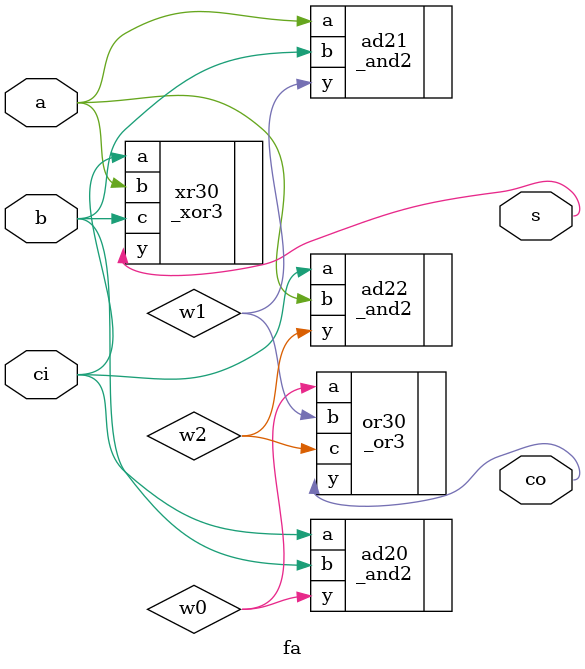
<source format=v>
module fa (
	input ci, a, b,
	output co, s
	);
	
	wire w0, w1, w2 ;
	
	_and2 ad20 (
		.a (ci),
		.b (b),
		.y (w0)
	);
	_and2 ad21 (
		.a (a),
		.b (b),
		.y (w1)
	);
	_and2 ad22 (
		.a (ci),
		.b (a),
		.y (w2)
	);
	
	_or3 or30 (
		.a (w0),
		.b (w1),
		.c (w2),
		.y (co)
	);
	
	_xor3 xr30 (
		.a (ci),
		.b (a),
		.c (b),
		.y (s)
	);
	
endmodule

	
	
</source>
